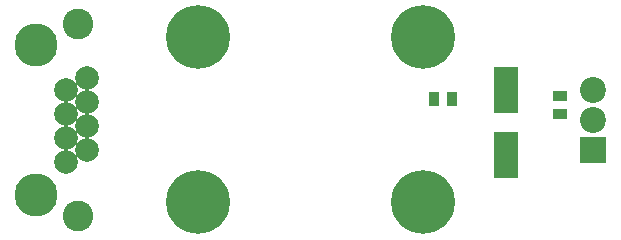
<source format=gbr>
G04 #@! TF.FileFunction,Soldermask,Top*
%FSLAX46Y46*%
G04 Gerber Fmt 4.6, Leading zero omitted, Abs format (unit mm)*
G04 Created by KiCad (PCBNEW 4.0.7) date 01/10/18 16:29:44*
%MOMM*%
%LPD*%
G01*
G04 APERTURE LIST*
%ADD10C,0.150000*%
%ADD11R,1.300000X0.900000*%
%ADD12C,2.600000*%
%ADD13C,3.650000*%
%ADD14C,2.000000*%
%ADD15R,2.200000X2.200000*%
%ADD16C,2.200000*%
%ADD17R,2.000200X3.999200*%
%ADD18R,0.900000X1.300000*%
%ADD19C,5.400000*%
G04 APERTURE END LIST*
D10*
D11*
X82042000Y-43700000D03*
X82042000Y-45200000D03*
D12*
X41272000Y-37590000D03*
X41272000Y-53850000D03*
D13*
X37712000Y-39370000D03*
X37712000Y-52070000D03*
D14*
X40252000Y-45220000D03*
X40252000Y-47250000D03*
X42032000Y-44190000D03*
X42032000Y-46220000D03*
X42032000Y-42160000D03*
X40252000Y-43190000D03*
X42032000Y-48250000D03*
X40252000Y-49280000D03*
D15*
X84836000Y-48260000D03*
D16*
X84836000Y-45720000D03*
X84836000Y-43180000D03*
D17*
X77470000Y-43223200D03*
X77470000Y-48724800D03*
D18*
X71386000Y-43942000D03*
X72886000Y-43942000D03*
D19*
X51435000Y-38735000D03*
X51435000Y-52705000D03*
X70485000Y-38735000D03*
X70485000Y-52705000D03*
M02*

</source>
